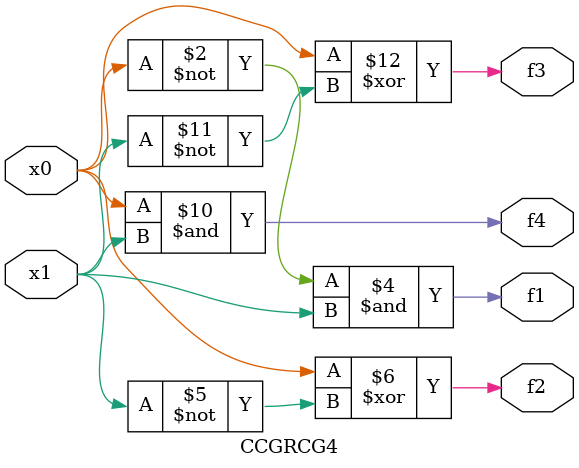
<source format=v>

module CCGRCG4 ( 
    x0, x1,
    f1, f2, f3, f4  );
  input  x0, x1;
  output f1, f2, f3, f4;
  wire new_n7_, new_n10_;
  assign new_n7_ = ~x1;
  assign f1 = ~x0 & ~new_n7_;
  assign f2 = x0 ^ ~x1;
  assign new_n10_ = ~x0;
  assign f4 = ~new_n10_ & ~new_n7_;
  assign f3 = x0 ^ ~x1;
endmodule



</source>
